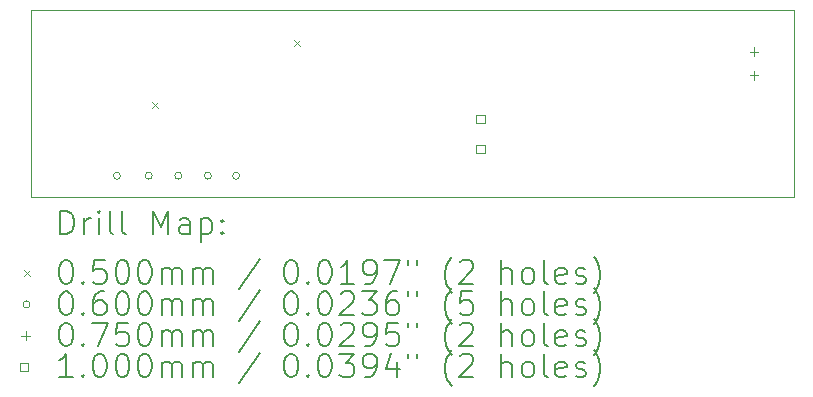
<source format=gbr>
%FSLAX45Y45*%
G04 Gerber Fmt 4.5, Leading zero omitted, Abs format (unit mm)*
G04 Created by KiCad (PCBNEW (6.0.4)) date 2022-04-05 13:55:58*
%MOMM*%
%LPD*%
G01*
G04 APERTURE LIST*
%TA.AperFunction,Profile*%
%ADD10C,0.100000*%
%TD*%
%ADD11C,0.200000*%
%ADD12C,0.050000*%
%ADD13C,0.060000*%
%ADD14C,0.075000*%
%ADD15C,0.100000*%
G04 APERTURE END LIST*
D10*
X5590000Y-9160000D02*
X12050000Y-9160000D01*
X12050000Y-9160000D02*
X12050000Y-10740000D01*
X12050000Y-10740000D02*
X5590000Y-10740000D01*
X5590000Y-10740000D02*
X5590000Y-9160000D01*
D11*
D12*
X6615000Y-9935000D02*
X6665000Y-9985000D01*
X6665000Y-9935000D02*
X6615000Y-9985000D01*
X7820000Y-9410000D02*
X7870000Y-9460000D01*
X7870000Y-9410000D02*
X7820000Y-9460000D01*
D13*
X6350000Y-10560000D02*
G75*
G03*
X6350000Y-10560000I-30000J0D01*
G01*
X6620000Y-10560000D02*
G75*
G03*
X6620000Y-10560000I-30000J0D01*
G01*
X6870000Y-10560000D02*
G75*
G03*
X6870000Y-10560000I-30000J0D01*
G01*
X7120000Y-10560000D02*
G75*
G03*
X7120000Y-10560000I-30000J0D01*
G01*
X7360000Y-10560000D02*
G75*
G03*
X7360000Y-10560000I-30000J0D01*
G01*
D14*
X11715000Y-9472500D02*
X11715000Y-9547500D01*
X11677500Y-9510000D02*
X11752500Y-9510000D01*
X11715000Y-9672500D02*
X11715000Y-9747500D01*
X11677500Y-9710000D02*
X11752500Y-9710000D01*
D15*
X9435356Y-10117856D02*
X9435356Y-10047144D01*
X9364644Y-10047144D01*
X9364644Y-10117856D01*
X9435356Y-10117856D01*
X9435356Y-10371856D02*
X9435356Y-10301144D01*
X9364644Y-10301144D01*
X9364644Y-10371856D01*
X9435356Y-10371856D01*
D11*
X5842619Y-11055476D02*
X5842619Y-10855476D01*
X5890238Y-10855476D01*
X5918809Y-10865000D01*
X5937857Y-10884048D01*
X5947381Y-10903095D01*
X5956905Y-10941190D01*
X5956905Y-10969762D01*
X5947381Y-11007857D01*
X5937857Y-11026905D01*
X5918809Y-11045952D01*
X5890238Y-11055476D01*
X5842619Y-11055476D01*
X6042619Y-11055476D02*
X6042619Y-10922143D01*
X6042619Y-10960238D02*
X6052143Y-10941190D01*
X6061667Y-10931667D01*
X6080714Y-10922143D01*
X6099762Y-10922143D01*
X6166428Y-11055476D02*
X6166428Y-10922143D01*
X6166428Y-10855476D02*
X6156905Y-10865000D01*
X6166428Y-10874524D01*
X6175952Y-10865000D01*
X6166428Y-10855476D01*
X6166428Y-10874524D01*
X6290238Y-11055476D02*
X6271190Y-11045952D01*
X6261667Y-11026905D01*
X6261667Y-10855476D01*
X6395000Y-11055476D02*
X6375952Y-11045952D01*
X6366428Y-11026905D01*
X6366428Y-10855476D01*
X6623571Y-11055476D02*
X6623571Y-10855476D01*
X6690238Y-10998333D01*
X6756905Y-10855476D01*
X6756905Y-11055476D01*
X6937857Y-11055476D02*
X6937857Y-10950714D01*
X6928333Y-10931667D01*
X6909286Y-10922143D01*
X6871190Y-10922143D01*
X6852143Y-10931667D01*
X6937857Y-11045952D02*
X6918809Y-11055476D01*
X6871190Y-11055476D01*
X6852143Y-11045952D01*
X6842619Y-11026905D01*
X6842619Y-11007857D01*
X6852143Y-10988810D01*
X6871190Y-10979286D01*
X6918809Y-10979286D01*
X6937857Y-10969762D01*
X7033095Y-10922143D02*
X7033095Y-11122143D01*
X7033095Y-10931667D02*
X7052143Y-10922143D01*
X7090238Y-10922143D01*
X7109286Y-10931667D01*
X7118809Y-10941190D01*
X7128333Y-10960238D01*
X7128333Y-11017381D01*
X7118809Y-11036429D01*
X7109286Y-11045952D01*
X7090238Y-11055476D01*
X7052143Y-11055476D01*
X7033095Y-11045952D01*
X7214048Y-11036429D02*
X7223571Y-11045952D01*
X7214048Y-11055476D01*
X7204524Y-11045952D01*
X7214048Y-11036429D01*
X7214048Y-11055476D01*
X7214048Y-10931667D02*
X7223571Y-10941190D01*
X7214048Y-10950714D01*
X7204524Y-10941190D01*
X7214048Y-10931667D01*
X7214048Y-10950714D01*
D12*
X5535000Y-11360000D02*
X5585000Y-11410000D01*
X5585000Y-11360000D02*
X5535000Y-11410000D01*
D11*
X5880714Y-11275476D02*
X5899762Y-11275476D01*
X5918809Y-11285000D01*
X5928333Y-11294524D01*
X5937857Y-11313571D01*
X5947381Y-11351667D01*
X5947381Y-11399286D01*
X5937857Y-11437381D01*
X5928333Y-11456428D01*
X5918809Y-11465952D01*
X5899762Y-11475476D01*
X5880714Y-11475476D01*
X5861667Y-11465952D01*
X5852143Y-11456428D01*
X5842619Y-11437381D01*
X5833095Y-11399286D01*
X5833095Y-11351667D01*
X5842619Y-11313571D01*
X5852143Y-11294524D01*
X5861667Y-11285000D01*
X5880714Y-11275476D01*
X6033095Y-11456428D02*
X6042619Y-11465952D01*
X6033095Y-11475476D01*
X6023571Y-11465952D01*
X6033095Y-11456428D01*
X6033095Y-11475476D01*
X6223571Y-11275476D02*
X6128333Y-11275476D01*
X6118809Y-11370714D01*
X6128333Y-11361190D01*
X6147381Y-11351667D01*
X6195000Y-11351667D01*
X6214048Y-11361190D01*
X6223571Y-11370714D01*
X6233095Y-11389762D01*
X6233095Y-11437381D01*
X6223571Y-11456428D01*
X6214048Y-11465952D01*
X6195000Y-11475476D01*
X6147381Y-11475476D01*
X6128333Y-11465952D01*
X6118809Y-11456428D01*
X6356905Y-11275476D02*
X6375952Y-11275476D01*
X6395000Y-11285000D01*
X6404524Y-11294524D01*
X6414048Y-11313571D01*
X6423571Y-11351667D01*
X6423571Y-11399286D01*
X6414048Y-11437381D01*
X6404524Y-11456428D01*
X6395000Y-11465952D01*
X6375952Y-11475476D01*
X6356905Y-11475476D01*
X6337857Y-11465952D01*
X6328333Y-11456428D01*
X6318809Y-11437381D01*
X6309286Y-11399286D01*
X6309286Y-11351667D01*
X6318809Y-11313571D01*
X6328333Y-11294524D01*
X6337857Y-11285000D01*
X6356905Y-11275476D01*
X6547381Y-11275476D02*
X6566428Y-11275476D01*
X6585476Y-11285000D01*
X6595000Y-11294524D01*
X6604524Y-11313571D01*
X6614048Y-11351667D01*
X6614048Y-11399286D01*
X6604524Y-11437381D01*
X6595000Y-11456428D01*
X6585476Y-11465952D01*
X6566428Y-11475476D01*
X6547381Y-11475476D01*
X6528333Y-11465952D01*
X6518809Y-11456428D01*
X6509286Y-11437381D01*
X6499762Y-11399286D01*
X6499762Y-11351667D01*
X6509286Y-11313571D01*
X6518809Y-11294524D01*
X6528333Y-11285000D01*
X6547381Y-11275476D01*
X6699762Y-11475476D02*
X6699762Y-11342143D01*
X6699762Y-11361190D02*
X6709286Y-11351667D01*
X6728333Y-11342143D01*
X6756905Y-11342143D01*
X6775952Y-11351667D01*
X6785476Y-11370714D01*
X6785476Y-11475476D01*
X6785476Y-11370714D02*
X6795000Y-11351667D01*
X6814048Y-11342143D01*
X6842619Y-11342143D01*
X6861667Y-11351667D01*
X6871190Y-11370714D01*
X6871190Y-11475476D01*
X6966428Y-11475476D02*
X6966428Y-11342143D01*
X6966428Y-11361190D02*
X6975952Y-11351667D01*
X6995000Y-11342143D01*
X7023571Y-11342143D01*
X7042619Y-11351667D01*
X7052143Y-11370714D01*
X7052143Y-11475476D01*
X7052143Y-11370714D02*
X7061667Y-11351667D01*
X7080714Y-11342143D01*
X7109286Y-11342143D01*
X7128333Y-11351667D01*
X7137857Y-11370714D01*
X7137857Y-11475476D01*
X7528333Y-11265952D02*
X7356905Y-11523095D01*
X7785476Y-11275476D02*
X7804524Y-11275476D01*
X7823571Y-11285000D01*
X7833095Y-11294524D01*
X7842619Y-11313571D01*
X7852143Y-11351667D01*
X7852143Y-11399286D01*
X7842619Y-11437381D01*
X7833095Y-11456428D01*
X7823571Y-11465952D01*
X7804524Y-11475476D01*
X7785476Y-11475476D01*
X7766428Y-11465952D01*
X7756905Y-11456428D01*
X7747381Y-11437381D01*
X7737857Y-11399286D01*
X7737857Y-11351667D01*
X7747381Y-11313571D01*
X7756905Y-11294524D01*
X7766428Y-11285000D01*
X7785476Y-11275476D01*
X7937857Y-11456428D02*
X7947381Y-11465952D01*
X7937857Y-11475476D01*
X7928333Y-11465952D01*
X7937857Y-11456428D01*
X7937857Y-11475476D01*
X8071190Y-11275476D02*
X8090238Y-11275476D01*
X8109286Y-11285000D01*
X8118809Y-11294524D01*
X8128333Y-11313571D01*
X8137857Y-11351667D01*
X8137857Y-11399286D01*
X8128333Y-11437381D01*
X8118809Y-11456428D01*
X8109286Y-11465952D01*
X8090238Y-11475476D01*
X8071190Y-11475476D01*
X8052143Y-11465952D01*
X8042619Y-11456428D01*
X8033095Y-11437381D01*
X8023571Y-11399286D01*
X8023571Y-11351667D01*
X8033095Y-11313571D01*
X8042619Y-11294524D01*
X8052143Y-11285000D01*
X8071190Y-11275476D01*
X8328333Y-11475476D02*
X8214048Y-11475476D01*
X8271190Y-11475476D02*
X8271190Y-11275476D01*
X8252143Y-11304048D01*
X8233095Y-11323095D01*
X8214048Y-11332619D01*
X8423571Y-11475476D02*
X8461667Y-11475476D01*
X8480714Y-11465952D01*
X8490238Y-11456428D01*
X8509286Y-11427857D01*
X8518810Y-11389762D01*
X8518810Y-11313571D01*
X8509286Y-11294524D01*
X8499762Y-11285000D01*
X8480714Y-11275476D01*
X8442619Y-11275476D01*
X8423571Y-11285000D01*
X8414048Y-11294524D01*
X8404524Y-11313571D01*
X8404524Y-11361190D01*
X8414048Y-11380238D01*
X8423571Y-11389762D01*
X8442619Y-11399286D01*
X8480714Y-11399286D01*
X8499762Y-11389762D01*
X8509286Y-11380238D01*
X8518810Y-11361190D01*
X8585476Y-11275476D02*
X8718810Y-11275476D01*
X8633095Y-11475476D01*
X8785476Y-11275476D02*
X8785476Y-11313571D01*
X8861667Y-11275476D02*
X8861667Y-11313571D01*
X9156905Y-11551667D02*
X9147381Y-11542143D01*
X9128333Y-11513571D01*
X9118810Y-11494524D01*
X9109286Y-11465952D01*
X9099762Y-11418333D01*
X9099762Y-11380238D01*
X9109286Y-11332619D01*
X9118810Y-11304048D01*
X9128333Y-11285000D01*
X9147381Y-11256428D01*
X9156905Y-11246905D01*
X9223571Y-11294524D02*
X9233095Y-11285000D01*
X9252143Y-11275476D01*
X9299762Y-11275476D01*
X9318810Y-11285000D01*
X9328333Y-11294524D01*
X9337857Y-11313571D01*
X9337857Y-11332619D01*
X9328333Y-11361190D01*
X9214048Y-11475476D01*
X9337857Y-11475476D01*
X9575952Y-11475476D02*
X9575952Y-11275476D01*
X9661667Y-11475476D02*
X9661667Y-11370714D01*
X9652143Y-11351667D01*
X9633095Y-11342143D01*
X9604524Y-11342143D01*
X9585476Y-11351667D01*
X9575952Y-11361190D01*
X9785476Y-11475476D02*
X9766429Y-11465952D01*
X9756905Y-11456428D01*
X9747381Y-11437381D01*
X9747381Y-11380238D01*
X9756905Y-11361190D01*
X9766429Y-11351667D01*
X9785476Y-11342143D01*
X9814048Y-11342143D01*
X9833095Y-11351667D01*
X9842619Y-11361190D01*
X9852143Y-11380238D01*
X9852143Y-11437381D01*
X9842619Y-11456428D01*
X9833095Y-11465952D01*
X9814048Y-11475476D01*
X9785476Y-11475476D01*
X9966429Y-11475476D02*
X9947381Y-11465952D01*
X9937857Y-11446905D01*
X9937857Y-11275476D01*
X10118810Y-11465952D02*
X10099762Y-11475476D01*
X10061667Y-11475476D01*
X10042619Y-11465952D01*
X10033095Y-11446905D01*
X10033095Y-11370714D01*
X10042619Y-11351667D01*
X10061667Y-11342143D01*
X10099762Y-11342143D01*
X10118810Y-11351667D01*
X10128333Y-11370714D01*
X10128333Y-11389762D01*
X10033095Y-11408809D01*
X10204524Y-11465952D02*
X10223571Y-11475476D01*
X10261667Y-11475476D01*
X10280714Y-11465952D01*
X10290238Y-11446905D01*
X10290238Y-11437381D01*
X10280714Y-11418333D01*
X10261667Y-11408809D01*
X10233095Y-11408809D01*
X10214048Y-11399286D01*
X10204524Y-11380238D01*
X10204524Y-11370714D01*
X10214048Y-11351667D01*
X10233095Y-11342143D01*
X10261667Y-11342143D01*
X10280714Y-11351667D01*
X10356905Y-11551667D02*
X10366429Y-11542143D01*
X10385476Y-11513571D01*
X10395000Y-11494524D01*
X10404524Y-11465952D01*
X10414048Y-11418333D01*
X10414048Y-11380238D01*
X10404524Y-11332619D01*
X10395000Y-11304048D01*
X10385476Y-11285000D01*
X10366429Y-11256428D01*
X10356905Y-11246905D01*
D13*
X5585000Y-11649000D02*
G75*
G03*
X5585000Y-11649000I-30000J0D01*
G01*
D11*
X5880714Y-11539476D02*
X5899762Y-11539476D01*
X5918809Y-11549000D01*
X5928333Y-11558524D01*
X5937857Y-11577571D01*
X5947381Y-11615667D01*
X5947381Y-11663286D01*
X5937857Y-11701381D01*
X5928333Y-11720428D01*
X5918809Y-11729952D01*
X5899762Y-11739476D01*
X5880714Y-11739476D01*
X5861667Y-11729952D01*
X5852143Y-11720428D01*
X5842619Y-11701381D01*
X5833095Y-11663286D01*
X5833095Y-11615667D01*
X5842619Y-11577571D01*
X5852143Y-11558524D01*
X5861667Y-11549000D01*
X5880714Y-11539476D01*
X6033095Y-11720428D02*
X6042619Y-11729952D01*
X6033095Y-11739476D01*
X6023571Y-11729952D01*
X6033095Y-11720428D01*
X6033095Y-11739476D01*
X6214048Y-11539476D02*
X6175952Y-11539476D01*
X6156905Y-11549000D01*
X6147381Y-11558524D01*
X6128333Y-11587095D01*
X6118809Y-11625190D01*
X6118809Y-11701381D01*
X6128333Y-11720428D01*
X6137857Y-11729952D01*
X6156905Y-11739476D01*
X6195000Y-11739476D01*
X6214048Y-11729952D01*
X6223571Y-11720428D01*
X6233095Y-11701381D01*
X6233095Y-11653762D01*
X6223571Y-11634714D01*
X6214048Y-11625190D01*
X6195000Y-11615667D01*
X6156905Y-11615667D01*
X6137857Y-11625190D01*
X6128333Y-11634714D01*
X6118809Y-11653762D01*
X6356905Y-11539476D02*
X6375952Y-11539476D01*
X6395000Y-11549000D01*
X6404524Y-11558524D01*
X6414048Y-11577571D01*
X6423571Y-11615667D01*
X6423571Y-11663286D01*
X6414048Y-11701381D01*
X6404524Y-11720428D01*
X6395000Y-11729952D01*
X6375952Y-11739476D01*
X6356905Y-11739476D01*
X6337857Y-11729952D01*
X6328333Y-11720428D01*
X6318809Y-11701381D01*
X6309286Y-11663286D01*
X6309286Y-11615667D01*
X6318809Y-11577571D01*
X6328333Y-11558524D01*
X6337857Y-11549000D01*
X6356905Y-11539476D01*
X6547381Y-11539476D02*
X6566428Y-11539476D01*
X6585476Y-11549000D01*
X6595000Y-11558524D01*
X6604524Y-11577571D01*
X6614048Y-11615667D01*
X6614048Y-11663286D01*
X6604524Y-11701381D01*
X6595000Y-11720428D01*
X6585476Y-11729952D01*
X6566428Y-11739476D01*
X6547381Y-11739476D01*
X6528333Y-11729952D01*
X6518809Y-11720428D01*
X6509286Y-11701381D01*
X6499762Y-11663286D01*
X6499762Y-11615667D01*
X6509286Y-11577571D01*
X6518809Y-11558524D01*
X6528333Y-11549000D01*
X6547381Y-11539476D01*
X6699762Y-11739476D02*
X6699762Y-11606143D01*
X6699762Y-11625190D02*
X6709286Y-11615667D01*
X6728333Y-11606143D01*
X6756905Y-11606143D01*
X6775952Y-11615667D01*
X6785476Y-11634714D01*
X6785476Y-11739476D01*
X6785476Y-11634714D02*
X6795000Y-11615667D01*
X6814048Y-11606143D01*
X6842619Y-11606143D01*
X6861667Y-11615667D01*
X6871190Y-11634714D01*
X6871190Y-11739476D01*
X6966428Y-11739476D02*
X6966428Y-11606143D01*
X6966428Y-11625190D02*
X6975952Y-11615667D01*
X6995000Y-11606143D01*
X7023571Y-11606143D01*
X7042619Y-11615667D01*
X7052143Y-11634714D01*
X7052143Y-11739476D01*
X7052143Y-11634714D02*
X7061667Y-11615667D01*
X7080714Y-11606143D01*
X7109286Y-11606143D01*
X7128333Y-11615667D01*
X7137857Y-11634714D01*
X7137857Y-11739476D01*
X7528333Y-11529952D02*
X7356905Y-11787095D01*
X7785476Y-11539476D02*
X7804524Y-11539476D01*
X7823571Y-11549000D01*
X7833095Y-11558524D01*
X7842619Y-11577571D01*
X7852143Y-11615667D01*
X7852143Y-11663286D01*
X7842619Y-11701381D01*
X7833095Y-11720428D01*
X7823571Y-11729952D01*
X7804524Y-11739476D01*
X7785476Y-11739476D01*
X7766428Y-11729952D01*
X7756905Y-11720428D01*
X7747381Y-11701381D01*
X7737857Y-11663286D01*
X7737857Y-11615667D01*
X7747381Y-11577571D01*
X7756905Y-11558524D01*
X7766428Y-11549000D01*
X7785476Y-11539476D01*
X7937857Y-11720428D02*
X7947381Y-11729952D01*
X7937857Y-11739476D01*
X7928333Y-11729952D01*
X7937857Y-11720428D01*
X7937857Y-11739476D01*
X8071190Y-11539476D02*
X8090238Y-11539476D01*
X8109286Y-11549000D01*
X8118809Y-11558524D01*
X8128333Y-11577571D01*
X8137857Y-11615667D01*
X8137857Y-11663286D01*
X8128333Y-11701381D01*
X8118809Y-11720428D01*
X8109286Y-11729952D01*
X8090238Y-11739476D01*
X8071190Y-11739476D01*
X8052143Y-11729952D01*
X8042619Y-11720428D01*
X8033095Y-11701381D01*
X8023571Y-11663286D01*
X8023571Y-11615667D01*
X8033095Y-11577571D01*
X8042619Y-11558524D01*
X8052143Y-11549000D01*
X8071190Y-11539476D01*
X8214048Y-11558524D02*
X8223571Y-11549000D01*
X8242619Y-11539476D01*
X8290238Y-11539476D01*
X8309286Y-11549000D01*
X8318809Y-11558524D01*
X8328333Y-11577571D01*
X8328333Y-11596619D01*
X8318809Y-11625190D01*
X8204524Y-11739476D01*
X8328333Y-11739476D01*
X8395000Y-11539476D02*
X8518810Y-11539476D01*
X8452143Y-11615667D01*
X8480714Y-11615667D01*
X8499762Y-11625190D01*
X8509286Y-11634714D01*
X8518810Y-11653762D01*
X8518810Y-11701381D01*
X8509286Y-11720428D01*
X8499762Y-11729952D01*
X8480714Y-11739476D01*
X8423571Y-11739476D01*
X8404524Y-11729952D01*
X8395000Y-11720428D01*
X8690238Y-11539476D02*
X8652143Y-11539476D01*
X8633095Y-11549000D01*
X8623571Y-11558524D01*
X8604524Y-11587095D01*
X8595000Y-11625190D01*
X8595000Y-11701381D01*
X8604524Y-11720428D01*
X8614048Y-11729952D01*
X8633095Y-11739476D01*
X8671190Y-11739476D01*
X8690238Y-11729952D01*
X8699762Y-11720428D01*
X8709286Y-11701381D01*
X8709286Y-11653762D01*
X8699762Y-11634714D01*
X8690238Y-11625190D01*
X8671190Y-11615667D01*
X8633095Y-11615667D01*
X8614048Y-11625190D01*
X8604524Y-11634714D01*
X8595000Y-11653762D01*
X8785476Y-11539476D02*
X8785476Y-11577571D01*
X8861667Y-11539476D02*
X8861667Y-11577571D01*
X9156905Y-11815667D02*
X9147381Y-11806143D01*
X9128333Y-11777571D01*
X9118810Y-11758524D01*
X9109286Y-11729952D01*
X9099762Y-11682333D01*
X9099762Y-11644238D01*
X9109286Y-11596619D01*
X9118810Y-11568048D01*
X9128333Y-11549000D01*
X9147381Y-11520428D01*
X9156905Y-11510905D01*
X9328333Y-11539476D02*
X9233095Y-11539476D01*
X9223571Y-11634714D01*
X9233095Y-11625190D01*
X9252143Y-11615667D01*
X9299762Y-11615667D01*
X9318810Y-11625190D01*
X9328333Y-11634714D01*
X9337857Y-11653762D01*
X9337857Y-11701381D01*
X9328333Y-11720428D01*
X9318810Y-11729952D01*
X9299762Y-11739476D01*
X9252143Y-11739476D01*
X9233095Y-11729952D01*
X9223571Y-11720428D01*
X9575952Y-11739476D02*
X9575952Y-11539476D01*
X9661667Y-11739476D02*
X9661667Y-11634714D01*
X9652143Y-11615667D01*
X9633095Y-11606143D01*
X9604524Y-11606143D01*
X9585476Y-11615667D01*
X9575952Y-11625190D01*
X9785476Y-11739476D02*
X9766429Y-11729952D01*
X9756905Y-11720428D01*
X9747381Y-11701381D01*
X9747381Y-11644238D01*
X9756905Y-11625190D01*
X9766429Y-11615667D01*
X9785476Y-11606143D01*
X9814048Y-11606143D01*
X9833095Y-11615667D01*
X9842619Y-11625190D01*
X9852143Y-11644238D01*
X9852143Y-11701381D01*
X9842619Y-11720428D01*
X9833095Y-11729952D01*
X9814048Y-11739476D01*
X9785476Y-11739476D01*
X9966429Y-11739476D02*
X9947381Y-11729952D01*
X9937857Y-11710905D01*
X9937857Y-11539476D01*
X10118810Y-11729952D02*
X10099762Y-11739476D01*
X10061667Y-11739476D01*
X10042619Y-11729952D01*
X10033095Y-11710905D01*
X10033095Y-11634714D01*
X10042619Y-11615667D01*
X10061667Y-11606143D01*
X10099762Y-11606143D01*
X10118810Y-11615667D01*
X10128333Y-11634714D01*
X10128333Y-11653762D01*
X10033095Y-11672809D01*
X10204524Y-11729952D02*
X10223571Y-11739476D01*
X10261667Y-11739476D01*
X10280714Y-11729952D01*
X10290238Y-11710905D01*
X10290238Y-11701381D01*
X10280714Y-11682333D01*
X10261667Y-11672809D01*
X10233095Y-11672809D01*
X10214048Y-11663286D01*
X10204524Y-11644238D01*
X10204524Y-11634714D01*
X10214048Y-11615667D01*
X10233095Y-11606143D01*
X10261667Y-11606143D01*
X10280714Y-11615667D01*
X10356905Y-11815667D02*
X10366429Y-11806143D01*
X10385476Y-11777571D01*
X10395000Y-11758524D01*
X10404524Y-11729952D01*
X10414048Y-11682333D01*
X10414048Y-11644238D01*
X10404524Y-11596619D01*
X10395000Y-11568048D01*
X10385476Y-11549000D01*
X10366429Y-11520428D01*
X10356905Y-11510905D01*
D14*
X5547500Y-11875500D02*
X5547500Y-11950500D01*
X5510000Y-11913000D02*
X5585000Y-11913000D01*
D11*
X5880714Y-11803476D02*
X5899762Y-11803476D01*
X5918809Y-11813000D01*
X5928333Y-11822524D01*
X5937857Y-11841571D01*
X5947381Y-11879667D01*
X5947381Y-11927286D01*
X5937857Y-11965381D01*
X5928333Y-11984428D01*
X5918809Y-11993952D01*
X5899762Y-12003476D01*
X5880714Y-12003476D01*
X5861667Y-11993952D01*
X5852143Y-11984428D01*
X5842619Y-11965381D01*
X5833095Y-11927286D01*
X5833095Y-11879667D01*
X5842619Y-11841571D01*
X5852143Y-11822524D01*
X5861667Y-11813000D01*
X5880714Y-11803476D01*
X6033095Y-11984428D02*
X6042619Y-11993952D01*
X6033095Y-12003476D01*
X6023571Y-11993952D01*
X6033095Y-11984428D01*
X6033095Y-12003476D01*
X6109286Y-11803476D02*
X6242619Y-11803476D01*
X6156905Y-12003476D01*
X6414048Y-11803476D02*
X6318809Y-11803476D01*
X6309286Y-11898714D01*
X6318809Y-11889190D01*
X6337857Y-11879667D01*
X6385476Y-11879667D01*
X6404524Y-11889190D01*
X6414048Y-11898714D01*
X6423571Y-11917762D01*
X6423571Y-11965381D01*
X6414048Y-11984428D01*
X6404524Y-11993952D01*
X6385476Y-12003476D01*
X6337857Y-12003476D01*
X6318809Y-11993952D01*
X6309286Y-11984428D01*
X6547381Y-11803476D02*
X6566428Y-11803476D01*
X6585476Y-11813000D01*
X6595000Y-11822524D01*
X6604524Y-11841571D01*
X6614048Y-11879667D01*
X6614048Y-11927286D01*
X6604524Y-11965381D01*
X6595000Y-11984428D01*
X6585476Y-11993952D01*
X6566428Y-12003476D01*
X6547381Y-12003476D01*
X6528333Y-11993952D01*
X6518809Y-11984428D01*
X6509286Y-11965381D01*
X6499762Y-11927286D01*
X6499762Y-11879667D01*
X6509286Y-11841571D01*
X6518809Y-11822524D01*
X6528333Y-11813000D01*
X6547381Y-11803476D01*
X6699762Y-12003476D02*
X6699762Y-11870143D01*
X6699762Y-11889190D02*
X6709286Y-11879667D01*
X6728333Y-11870143D01*
X6756905Y-11870143D01*
X6775952Y-11879667D01*
X6785476Y-11898714D01*
X6785476Y-12003476D01*
X6785476Y-11898714D02*
X6795000Y-11879667D01*
X6814048Y-11870143D01*
X6842619Y-11870143D01*
X6861667Y-11879667D01*
X6871190Y-11898714D01*
X6871190Y-12003476D01*
X6966428Y-12003476D02*
X6966428Y-11870143D01*
X6966428Y-11889190D02*
X6975952Y-11879667D01*
X6995000Y-11870143D01*
X7023571Y-11870143D01*
X7042619Y-11879667D01*
X7052143Y-11898714D01*
X7052143Y-12003476D01*
X7052143Y-11898714D02*
X7061667Y-11879667D01*
X7080714Y-11870143D01*
X7109286Y-11870143D01*
X7128333Y-11879667D01*
X7137857Y-11898714D01*
X7137857Y-12003476D01*
X7528333Y-11793952D02*
X7356905Y-12051095D01*
X7785476Y-11803476D02*
X7804524Y-11803476D01*
X7823571Y-11813000D01*
X7833095Y-11822524D01*
X7842619Y-11841571D01*
X7852143Y-11879667D01*
X7852143Y-11927286D01*
X7842619Y-11965381D01*
X7833095Y-11984428D01*
X7823571Y-11993952D01*
X7804524Y-12003476D01*
X7785476Y-12003476D01*
X7766428Y-11993952D01*
X7756905Y-11984428D01*
X7747381Y-11965381D01*
X7737857Y-11927286D01*
X7737857Y-11879667D01*
X7747381Y-11841571D01*
X7756905Y-11822524D01*
X7766428Y-11813000D01*
X7785476Y-11803476D01*
X7937857Y-11984428D02*
X7947381Y-11993952D01*
X7937857Y-12003476D01*
X7928333Y-11993952D01*
X7937857Y-11984428D01*
X7937857Y-12003476D01*
X8071190Y-11803476D02*
X8090238Y-11803476D01*
X8109286Y-11813000D01*
X8118809Y-11822524D01*
X8128333Y-11841571D01*
X8137857Y-11879667D01*
X8137857Y-11927286D01*
X8128333Y-11965381D01*
X8118809Y-11984428D01*
X8109286Y-11993952D01*
X8090238Y-12003476D01*
X8071190Y-12003476D01*
X8052143Y-11993952D01*
X8042619Y-11984428D01*
X8033095Y-11965381D01*
X8023571Y-11927286D01*
X8023571Y-11879667D01*
X8033095Y-11841571D01*
X8042619Y-11822524D01*
X8052143Y-11813000D01*
X8071190Y-11803476D01*
X8214048Y-11822524D02*
X8223571Y-11813000D01*
X8242619Y-11803476D01*
X8290238Y-11803476D01*
X8309286Y-11813000D01*
X8318809Y-11822524D01*
X8328333Y-11841571D01*
X8328333Y-11860619D01*
X8318809Y-11889190D01*
X8204524Y-12003476D01*
X8328333Y-12003476D01*
X8423571Y-12003476D02*
X8461667Y-12003476D01*
X8480714Y-11993952D01*
X8490238Y-11984428D01*
X8509286Y-11955857D01*
X8518810Y-11917762D01*
X8518810Y-11841571D01*
X8509286Y-11822524D01*
X8499762Y-11813000D01*
X8480714Y-11803476D01*
X8442619Y-11803476D01*
X8423571Y-11813000D01*
X8414048Y-11822524D01*
X8404524Y-11841571D01*
X8404524Y-11889190D01*
X8414048Y-11908238D01*
X8423571Y-11917762D01*
X8442619Y-11927286D01*
X8480714Y-11927286D01*
X8499762Y-11917762D01*
X8509286Y-11908238D01*
X8518810Y-11889190D01*
X8699762Y-11803476D02*
X8604524Y-11803476D01*
X8595000Y-11898714D01*
X8604524Y-11889190D01*
X8623571Y-11879667D01*
X8671190Y-11879667D01*
X8690238Y-11889190D01*
X8699762Y-11898714D01*
X8709286Y-11917762D01*
X8709286Y-11965381D01*
X8699762Y-11984428D01*
X8690238Y-11993952D01*
X8671190Y-12003476D01*
X8623571Y-12003476D01*
X8604524Y-11993952D01*
X8595000Y-11984428D01*
X8785476Y-11803476D02*
X8785476Y-11841571D01*
X8861667Y-11803476D02*
X8861667Y-11841571D01*
X9156905Y-12079667D02*
X9147381Y-12070143D01*
X9128333Y-12041571D01*
X9118810Y-12022524D01*
X9109286Y-11993952D01*
X9099762Y-11946333D01*
X9099762Y-11908238D01*
X9109286Y-11860619D01*
X9118810Y-11832048D01*
X9128333Y-11813000D01*
X9147381Y-11784428D01*
X9156905Y-11774905D01*
X9223571Y-11822524D02*
X9233095Y-11813000D01*
X9252143Y-11803476D01*
X9299762Y-11803476D01*
X9318810Y-11813000D01*
X9328333Y-11822524D01*
X9337857Y-11841571D01*
X9337857Y-11860619D01*
X9328333Y-11889190D01*
X9214048Y-12003476D01*
X9337857Y-12003476D01*
X9575952Y-12003476D02*
X9575952Y-11803476D01*
X9661667Y-12003476D02*
X9661667Y-11898714D01*
X9652143Y-11879667D01*
X9633095Y-11870143D01*
X9604524Y-11870143D01*
X9585476Y-11879667D01*
X9575952Y-11889190D01*
X9785476Y-12003476D02*
X9766429Y-11993952D01*
X9756905Y-11984428D01*
X9747381Y-11965381D01*
X9747381Y-11908238D01*
X9756905Y-11889190D01*
X9766429Y-11879667D01*
X9785476Y-11870143D01*
X9814048Y-11870143D01*
X9833095Y-11879667D01*
X9842619Y-11889190D01*
X9852143Y-11908238D01*
X9852143Y-11965381D01*
X9842619Y-11984428D01*
X9833095Y-11993952D01*
X9814048Y-12003476D01*
X9785476Y-12003476D01*
X9966429Y-12003476D02*
X9947381Y-11993952D01*
X9937857Y-11974905D01*
X9937857Y-11803476D01*
X10118810Y-11993952D02*
X10099762Y-12003476D01*
X10061667Y-12003476D01*
X10042619Y-11993952D01*
X10033095Y-11974905D01*
X10033095Y-11898714D01*
X10042619Y-11879667D01*
X10061667Y-11870143D01*
X10099762Y-11870143D01*
X10118810Y-11879667D01*
X10128333Y-11898714D01*
X10128333Y-11917762D01*
X10033095Y-11936809D01*
X10204524Y-11993952D02*
X10223571Y-12003476D01*
X10261667Y-12003476D01*
X10280714Y-11993952D01*
X10290238Y-11974905D01*
X10290238Y-11965381D01*
X10280714Y-11946333D01*
X10261667Y-11936809D01*
X10233095Y-11936809D01*
X10214048Y-11927286D01*
X10204524Y-11908238D01*
X10204524Y-11898714D01*
X10214048Y-11879667D01*
X10233095Y-11870143D01*
X10261667Y-11870143D01*
X10280714Y-11879667D01*
X10356905Y-12079667D02*
X10366429Y-12070143D01*
X10385476Y-12041571D01*
X10395000Y-12022524D01*
X10404524Y-11993952D01*
X10414048Y-11946333D01*
X10414048Y-11908238D01*
X10404524Y-11860619D01*
X10395000Y-11832048D01*
X10385476Y-11813000D01*
X10366429Y-11784428D01*
X10356905Y-11774905D01*
D15*
X5570356Y-12212356D02*
X5570356Y-12141644D01*
X5499644Y-12141644D01*
X5499644Y-12212356D01*
X5570356Y-12212356D01*
D11*
X5947381Y-12267476D02*
X5833095Y-12267476D01*
X5890238Y-12267476D02*
X5890238Y-12067476D01*
X5871190Y-12096048D01*
X5852143Y-12115095D01*
X5833095Y-12124619D01*
X6033095Y-12248428D02*
X6042619Y-12257952D01*
X6033095Y-12267476D01*
X6023571Y-12257952D01*
X6033095Y-12248428D01*
X6033095Y-12267476D01*
X6166428Y-12067476D02*
X6185476Y-12067476D01*
X6204524Y-12077000D01*
X6214048Y-12086524D01*
X6223571Y-12105571D01*
X6233095Y-12143667D01*
X6233095Y-12191286D01*
X6223571Y-12229381D01*
X6214048Y-12248428D01*
X6204524Y-12257952D01*
X6185476Y-12267476D01*
X6166428Y-12267476D01*
X6147381Y-12257952D01*
X6137857Y-12248428D01*
X6128333Y-12229381D01*
X6118809Y-12191286D01*
X6118809Y-12143667D01*
X6128333Y-12105571D01*
X6137857Y-12086524D01*
X6147381Y-12077000D01*
X6166428Y-12067476D01*
X6356905Y-12067476D02*
X6375952Y-12067476D01*
X6395000Y-12077000D01*
X6404524Y-12086524D01*
X6414048Y-12105571D01*
X6423571Y-12143667D01*
X6423571Y-12191286D01*
X6414048Y-12229381D01*
X6404524Y-12248428D01*
X6395000Y-12257952D01*
X6375952Y-12267476D01*
X6356905Y-12267476D01*
X6337857Y-12257952D01*
X6328333Y-12248428D01*
X6318809Y-12229381D01*
X6309286Y-12191286D01*
X6309286Y-12143667D01*
X6318809Y-12105571D01*
X6328333Y-12086524D01*
X6337857Y-12077000D01*
X6356905Y-12067476D01*
X6547381Y-12067476D02*
X6566428Y-12067476D01*
X6585476Y-12077000D01*
X6595000Y-12086524D01*
X6604524Y-12105571D01*
X6614048Y-12143667D01*
X6614048Y-12191286D01*
X6604524Y-12229381D01*
X6595000Y-12248428D01*
X6585476Y-12257952D01*
X6566428Y-12267476D01*
X6547381Y-12267476D01*
X6528333Y-12257952D01*
X6518809Y-12248428D01*
X6509286Y-12229381D01*
X6499762Y-12191286D01*
X6499762Y-12143667D01*
X6509286Y-12105571D01*
X6518809Y-12086524D01*
X6528333Y-12077000D01*
X6547381Y-12067476D01*
X6699762Y-12267476D02*
X6699762Y-12134143D01*
X6699762Y-12153190D02*
X6709286Y-12143667D01*
X6728333Y-12134143D01*
X6756905Y-12134143D01*
X6775952Y-12143667D01*
X6785476Y-12162714D01*
X6785476Y-12267476D01*
X6785476Y-12162714D02*
X6795000Y-12143667D01*
X6814048Y-12134143D01*
X6842619Y-12134143D01*
X6861667Y-12143667D01*
X6871190Y-12162714D01*
X6871190Y-12267476D01*
X6966428Y-12267476D02*
X6966428Y-12134143D01*
X6966428Y-12153190D02*
X6975952Y-12143667D01*
X6995000Y-12134143D01*
X7023571Y-12134143D01*
X7042619Y-12143667D01*
X7052143Y-12162714D01*
X7052143Y-12267476D01*
X7052143Y-12162714D02*
X7061667Y-12143667D01*
X7080714Y-12134143D01*
X7109286Y-12134143D01*
X7128333Y-12143667D01*
X7137857Y-12162714D01*
X7137857Y-12267476D01*
X7528333Y-12057952D02*
X7356905Y-12315095D01*
X7785476Y-12067476D02*
X7804524Y-12067476D01*
X7823571Y-12077000D01*
X7833095Y-12086524D01*
X7842619Y-12105571D01*
X7852143Y-12143667D01*
X7852143Y-12191286D01*
X7842619Y-12229381D01*
X7833095Y-12248428D01*
X7823571Y-12257952D01*
X7804524Y-12267476D01*
X7785476Y-12267476D01*
X7766428Y-12257952D01*
X7756905Y-12248428D01*
X7747381Y-12229381D01*
X7737857Y-12191286D01*
X7737857Y-12143667D01*
X7747381Y-12105571D01*
X7756905Y-12086524D01*
X7766428Y-12077000D01*
X7785476Y-12067476D01*
X7937857Y-12248428D02*
X7947381Y-12257952D01*
X7937857Y-12267476D01*
X7928333Y-12257952D01*
X7937857Y-12248428D01*
X7937857Y-12267476D01*
X8071190Y-12067476D02*
X8090238Y-12067476D01*
X8109286Y-12077000D01*
X8118809Y-12086524D01*
X8128333Y-12105571D01*
X8137857Y-12143667D01*
X8137857Y-12191286D01*
X8128333Y-12229381D01*
X8118809Y-12248428D01*
X8109286Y-12257952D01*
X8090238Y-12267476D01*
X8071190Y-12267476D01*
X8052143Y-12257952D01*
X8042619Y-12248428D01*
X8033095Y-12229381D01*
X8023571Y-12191286D01*
X8023571Y-12143667D01*
X8033095Y-12105571D01*
X8042619Y-12086524D01*
X8052143Y-12077000D01*
X8071190Y-12067476D01*
X8204524Y-12067476D02*
X8328333Y-12067476D01*
X8261667Y-12143667D01*
X8290238Y-12143667D01*
X8309286Y-12153190D01*
X8318809Y-12162714D01*
X8328333Y-12181762D01*
X8328333Y-12229381D01*
X8318809Y-12248428D01*
X8309286Y-12257952D01*
X8290238Y-12267476D01*
X8233095Y-12267476D01*
X8214048Y-12257952D01*
X8204524Y-12248428D01*
X8423571Y-12267476D02*
X8461667Y-12267476D01*
X8480714Y-12257952D01*
X8490238Y-12248428D01*
X8509286Y-12219857D01*
X8518810Y-12181762D01*
X8518810Y-12105571D01*
X8509286Y-12086524D01*
X8499762Y-12077000D01*
X8480714Y-12067476D01*
X8442619Y-12067476D01*
X8423571Y-12077000D01*
X8414048Y-12086524D01*
X8404524Y-12105571D01*
X8404524Y-12153190D01*
X8414048Y-12172238D01*
X8423571Y-12181762D01*
X8442619Y-12191286D01*
X8480714Y-12191286D01*
X8499762Y-12181762D01*
X8509286Y-12172238D01*
X8518810Y-12153190D01*
X8690238Y-12134143D02*
X8690238Y-12267476D01*
X8642619Y-12057952D02*
X8595000Y-12200809D01*
X8718810Y-12200809D01*
X8785476Y-12067476D02*
X8785476Y-12105571D01*
X8861667Y-12067476D02*
X8861667Y-12105571D01*
X9156905Y-12343667D02*
X9147381Y-12334143D01*
X9128333Y-12305571D01*
X9118810Y-12286524D01*
X9109286Y-12257952D01*
X9099762Y-12210333D01*
X9099762Y-12172238D01*
X9109286Y-12124619D01*
X9118810Y-12096048D01*
X9128333Y-12077000D01*
X9147381Y-12048428D01*
X9156905Y-12038905D01*
X9223571Y-12086524D02*
X9233095Y-12077000D01*
X9252143Y-12067476D01*
X9299762Y-12067476D01*
X9318810Y-12077000D01*
X9328333Y-12086524D01*
X9337857Y-12105571D01*
X9337857Y-12124619D01*
X9328333Y-12153190D01*
X9214048Y-12267476D01*
X9337857Y-12267476D01*
X9575952Y-12267476D02*
X9575952Y-12067476D01*
X9661667Y-12267476D02*
X9661667Y-12162714D01*
X9652143Y-12143667D01*
X9633095Y-12134143D01*
X9604524Y-12134143D01*
X9585476Y-12143667D01*
X9575952Y-12153190D01*
X9785476Y-12267476D02*
X9766429Y-12257952D01*
X9756905Y-12248428D01*
X9747381Y-12229381D01*
X9747381Y-12172238D01*
X9756905Y-12153190D01*
X9766429Y-12143667D01*
X9785476Y-12134143D01*
X9814048Y-12134143D01*
X9833095Y-12143667D01*
X9842619Y-12153190D01*
X9852143Y-12172238D01*
X9852143Y-12229381D01*
X9842619Y-12248428D01*
X9833095Y-12257952D01*
X9814048Y-12267476D01*
X9785476Y-12267476D01*
X9966429Y-12267476D02*
X9947381Y-12257952D01*
X9937857Y-12238905D01*
X9937857Y-12067476D01*
X10118810Y-12257952D02*
X10099762Y-12267476D01*
X10061667Y-12267476D01*
X10042619Y-12257952D01*
X10033095Y-12238905D01*
X10033095Y-12162714D01*
X10042619Y-12143667D01*
X10061667Y-12134143D01*
X10099762Y-12134143D01*
X10118810Y-12143667D01*
X10128333Y-12162714D01*
X10128333Y-12181762D01*
X10033095Y-12200809D01*
X10204524Y-12257952D02*
X10223571Y-12267476D01*
X10261667Y-12267476D01*
X10280714Y-12257952D01*
X10290238Y-12238905D01*
X10290238Y-12229381D01*
X10280714Y-12210333D01*
X10261667Y-12200809D01*
X10233095Y-12200809D01*
X10214048Y-12191286D01*
X10204524Y-12172238D01*
X10204524Y-12162714D01*
X10214048Y-12143667D01*
X10233095Y-12134143D01*
X10261667Y-12134143D01*
X10280714Y-12143667D01*
X10356905Y-12343667D02*
X10366429Y-12334143D01*
X10385476Y-12305571D01*
X10395000Y-12286524D01*
X10404524Y-12257952D01*
X10414048Y-12210333D01*
X10414048Y-12172238D01*
X10404524Y-12124619D01*
X10395000Y-12096048D01*
X10385476Y-12077000D01*
X10366429Y-12048428D01*
X10356905Y-12038905D01*
M02*

</source>
